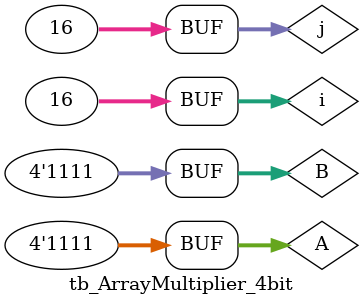
<source format=v>
`timescale 1ns/100ps

module tb_ArrayMultiplier_4bit();
	
	reg [3:0] A, B;
	wire [7:0] S;
	
	q3_AMP U1(A,B,S);
	defparam U1.n = 4;

	integer i, j;
	initial begin
		for(i = 0; i < 16; i=i+1) begin
			for(j = 0; j < 16; j=j+1) begin
				A <= i;
				B <= j;
				#1000;
			end
		end
	end
endmodule

</source>
